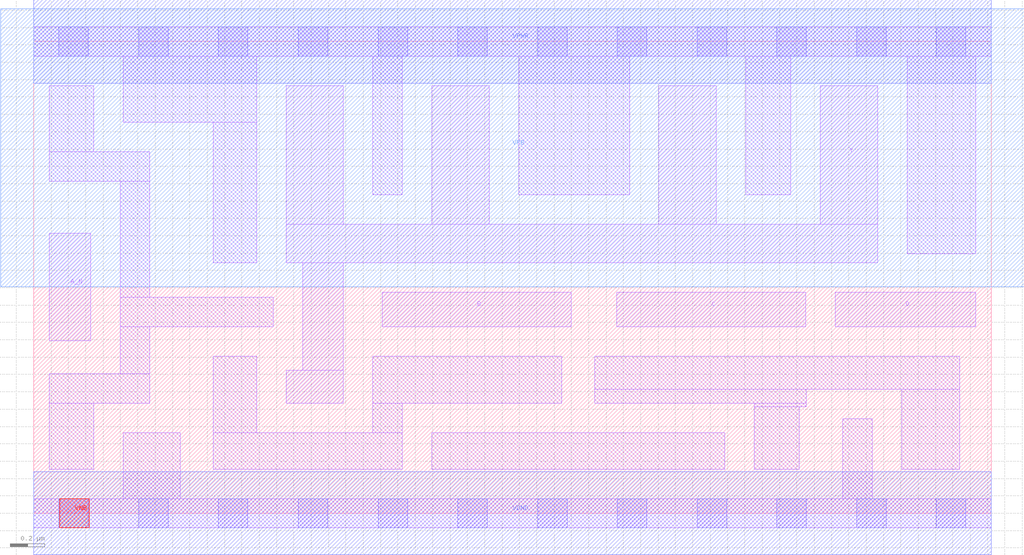
<source format=lef>
# Copyright 2020 The SkyWater PDK Authors
#
# Licensed under the Apache License, Version 2.0 (the "License");
# you may not use this file except in compliance with the License.
# You may obtain a copy of the License at
#
#     https://www.apache.org/licenses/LICENSE-2.0
#
# Unless required by applicable law or agreed to in writing, software
# distributed under the License is distributed on an "AS IS" BASIS,
# WITHOUT WARRANTIES OR CONDITIONS OF ANY KIND, either express or implied.
# See the License for the specific language governing permissions and
# limitations under the License.
#
# SPDX-License-Identifier: Apache-2.0

VERSION 5.7 ;
  NOWIREEXTENSIONATPIN ON ;
  DIVIDERCHAR "/" ;
  BUSBITCHARS "[]" ;
MACRO sky130_fd_sc_hd__nand4b_2
  CLASS CORE ;
  FOREIGN sky130_fd_sc_hd__nand4b_2 ;
  ORIGIN  0.000000  0.000000 ;
  SIZE  5.520000 BY  2.720000 ;
  SYMMETRY X Y R90 ;
  SITE unithd ;
  PIN A_N
    ANTENNAGATEAREA  0.126000 ;
    DIRECTION INPUT ;
    USE SIGNAL ;
    PORT
      LAYER li1 ;
        RECT 0.090000 0.995000 0.330000 1.615000 ;
    END
  END A_N
  PIN B
    ANTENNAGATEAREA  0.495000 ;
    DIRECTION INPUT ;
    USE SIGNAL ;
    PORT
      LAYER li1 ;
        RECT 2.010000 1.075000 3.100000 1.275000 ;
    END
  END B
  PIN C
    ANTENNAGATEAREA  0.495000 ;
    DIRECTION INPUT ;
    USE SIGNAL ;
    PORT
      LAYER li1 ;
        RECT 3.360000 1.075000 4.450000 1.275000 ;
    END
  END C
  PIN D
    ANTENNAGATEAREA  0.495000 ;
    DIRECTION INPUT ;
    USE SIGNAL ;
    PORT
      LAYER li1 ;
        RECT 4.620000 1.075000 5.430000 1.275000 ;
    END
  END D
  PIN Y
    ANTENNADIFFAREA  1.255500 ;
    DIRECTION OUTPUT ;
    USE SIGNAL ;
    PORT
      LAYER li1 ;
        RECT 1.455000 0.635000 1.785000 0.825000 ;
        RECT 1.455000 1.445000 4.865000 1.665000 ;
        RECT 1.455000 1.665000 1.785000 2.465000 ;
        RECT 1.550000 0.825000 1.785000 1.445000 ;
        RECT 2.295000 1.665000 2.625000 2.465000 ;
        RECT 3.605000 1.665000 3.935000 2.465000 ;
        RECT 4.535000 1.665000 4.865000 2.465000 ;
    END
  END Y
  PIN VGND
    DIRECTION INOUT ;
    SHAPE ABUTMENT ;
    USE GROUND ;
    PORT
      LAYER met1 ;
        RECT 0.000000 -0.240000 5.520000 0.240000 ;
    END
  END VGND
  PIN VNB
    DIRECTION INOUT ;
    USE GROUND ;
    PORT
      LAYER pwell ;
        RECT 0.150000 -0.085000 0.320000 0.085000 ;
    END
  END VNB
  PIN VPB
    DIRECTION INOUT ;
    USE POWER ;
    PORT
      LAYER nwell ;
        RECT -0.190000 1.305000 5.710000 2.910000 ;
    END
  END VPB
  PIN VPWR
    DIRECTION INOUT ;
    SHAPE ABUTMENT ;
    USE POWER ;
    PORT
      LAYER met1 ;
        RECT 0.000000 2.480000 5.520000 2.960000 ;
    END
  END VPWR
  OBS
    LAYER li1 ;
      RECT 0.000000 -0.085000 5.520000 0.085000 ;
      RECT 0.000000  2.635000 5.520000 2.805000 ;
      RECT 0.090000  0.255000 0.345000 0.635000 ;
      RECT 0.090000  0.635000 0.670000 0.805000 ;
      RECT 0.090000  1.915000 0.670000 2.085000 ;
      RECT 0.090000  2.085000 0.345000 2.465000 ;
      RECT 0.500000  0.805000 0.670000 1.075000 ;
      RECT 0.500000  1.075000 1.380000 1.245000 ;
      RECT 0.500000  1.245000 0.670000 1.915000 ;
      RECT 0.515000  0.085000 0.845000 0.465000 ;
      RECT 0.515000  2.255000 1.285000 2.635000 ;
      RECT 1.035000  0.255000 2.125000 0.465000 ;
      RECT 1.035000  0.465000 1.285000 0.905000 ;
      RECT 1.035000  1.445000 1.285000 2.255000 ;
      RECT 1.955000  0.465000 2.125000 0.635000 ;
      RECT 1.955000  0.635000 3.045000 0.905000 ;
      RECT 1.955000  1.835000 2.125000 2.635000 ;
      RECT 2.295000  0.255000 3.985000 0.465000 ;
      RECT 2.795000  1.835000 3.435000 2.635000 ;
      RECT 3.235000  0.635000 4.455000 0.715000 ;
      RECT 3.235000  0.715000 5.340000 0.905000 ;
      RECT 4.105000  1.835000 4.365000 2.635000 ;
      RECT 4.155000  0.255000 4.415000 0.615000 ;
      RECT 4.155000  0.615000 4.455000 0.635000 ;
      RECT 4.665000  0.085000 4.835000 0.545000 ;
      RECT 5.005000  0.255000 5.340000 0.715000 ;
      RECT 5.035000  1.495000 5.430000 2.635000 ;
    LAYER mcon ;
      RECT 0.145000 -0.085000 0.315000 0.085000 ;
      RECT 0.145000  2.635000 0.315000 2.805000 ;
      RECT 0.605000 -0.085000 0.775000 0.085000 ;
      RECT 0.605000  2.635000 0.775000 2.805000 ;
      RECT 1.065000 -0.085000 1.235000 0.085000 ;
      RECT 1.065000  2.635000 1.235000 2.805000 ;
      RECT 1.525000 -0.085000 1.695000 0.085000 ;
      RECT 1.525000  2.635000 1.695000 2.805000 ;
      RECT 1.985000 -0.085000 2.155000 0.085000 ;
      RECT 1.985000  2.635000 2.155000 2.805000 ;
      RECT 2.445000 -0.085000 2.615000 0.085000 ;
      RECT 2.445000  2.635000 2.615000 2.805000 ;
      RECT 2.905000 -0.085000 3.075000 0.085000 ;
      RECT 2.905000  2.635000 3.075000 2.805000 ;
      RECT 3.365000 -0.085000 3.535000 0.085000 ;
      RECT 3.365000  2.635000 3.535000 2.805000 ;
      RECT 3.825000 -0.085000 3.995000 0.085000 ;
      RECT 3.825000  2.635000 3.995000 2.805000 ;
      RECT 4.285000 -0.085000 4.455000 0.085000 ;
      RECT 4.285000  2.635000 4.455000 2.805000 ;
      RECT 4.745000 -0.085000 4.915000 0.085000 ;
      RECT 4.745000  2.635000 4.915000 2.805000 ;
      RECT 5.205000 -0.085000 5.375000 0.085000 ;
      RECT 5.205000  2.635000 5.375000 2.805000 ;
  END
END sky130_fd_sc_hd__nand4b_2
END LIBRARY

</source>
